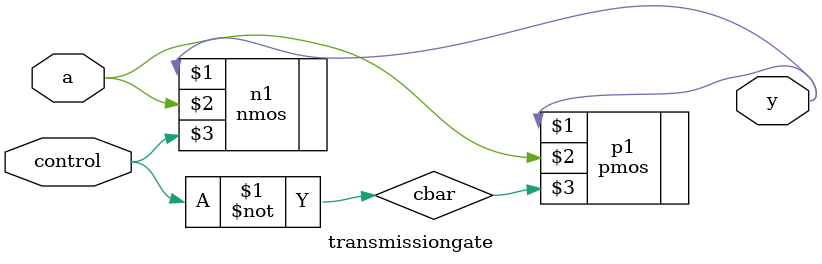
<source format=sv>



module transmissiongate(y,control,a);
  
	output y;
	input a,control;
	
	wire cbar;
	
	assign cbar = ~control;
	
	nmos n1(y,a,control);
	pmos p1(y,a,cbar);
	//cmos c1(y,a,control,cbar);	
  
endmodule

</source>
